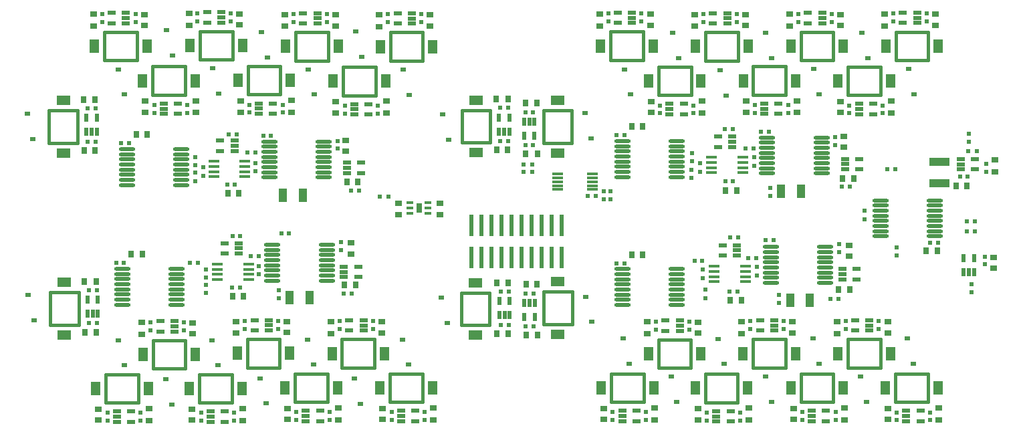
<source format=gbp>
G04*
G04 #@! TF.GenerationSoftware,Altium Limited,Altium Designer,18.1.6 (161)*
G04*
G04 Layer_Color=128*
%FSLAX44Y44*%
%MOMM*%
G71*
G01*
G75*
%ADD14C,0.4064*%
%ADD15O,2.1000X0.4500*%
%ADD16R,0.5000X0.6000*%
%ADD17R,0.6000X0.5000*%
%ADD18R,0.6000X0.5500*%
%ADD20R,0.9000X0.8000*%
%ADD21R,0.5500X0.6000*%
%ADD23R,0.8000X0.9000*%
%ADD55R,1.0000X0.4700*%
%ADD56R,1.0000X1.8000*%
%ADD57R,1.3500X0.4500*%
%ADD58R,1.4500X0.3000*%
%ADD59R,0.5080X2.7940*%
%ADD60R,0.7620X1.1938*%
%ADD61R,0.8128X0.3048*%
%ADD62R,0.4700X1.0000*%
%ADD63R,0.9000X0.7000*%
%ADD64R,2.6000X1.1000*%
%ADD65R,0.7000X0.5000*%
%ADD66R,1.8000X1.2500*%
%ADD67R,0.7000X0.9000*%
%ADD68R,1.2500X1.8000*%
D14*
X709823Y364423D02*
Y405571D01*
X673755Y364423D02*
Y405571D01*
Y364423D02*
X709823D01*
X673755Y405571D02*
X709823D01*
X1161070Y469144D02*
Y505212D01*
X1119922Y469144D02*
Y505212D01*
X1161070D01*
X1119922Y469144D02*
X1161070D01*
X1119462Y36328D02*
Y72396D01*
X1160610Y36328D02*
Y72396D01*
X1119462Y36328D02*
X1160610D01*
X1119462Y72396D02*
X1160610D01*
X980222Y79820D02*
Y115888D01*
X939074Y79820D02*
Y115888D01*
X980222D01*
X939074Y79820D02*
X980222D01*
X878862Y36016D02*
Y72084D01*
X920010Y36016D02*
Y72084D01*
X878862Y36016D02*
X920010D01*
X878862Y72084D02*
X920010D01*
X860496Y79396D02*
Y115464D01*
X819348Y79396D02*
Y115464D01*
X860496D01*
X819348Y79396D02*
X860496D01*
X999760Y36469D02*
Y72537D01*
X1040908Y36469D02*
Y72537D01*
X999760Y36469D02*
X1040908D01*
X999760Y72537D02*
X1040908D01*
X1100618Y79762D02*
Y115830D01*
X1059470Y79762D02*
Y115830D01*
X1100618D01*
X1059470Y79762D02*
X1100618D01*
X939546Y425374D02*
Y461442D01*
X980694Y425374D02*
Y461442D01*
X939546Y425374D02*
X980694D01*
X939546Y461442D02*
X980694D01*
X920540Y468718D02*
Y504786D01*
X879392Y468718D02*
Y504786D01*
X920540D01*
X879392Y468718D02*
X920540D01*
X800109Y469199D02*
Y505267D01*
X758961Y469199D02*
Y505267D01*
X800109D01*
X758961Y469199D02*
X800109D01*
X674056Y176040D02*
X710124D01*
X674056Y134892D02*
X710124D01*
X674056D02*
Y176040D01*
X710124Y134892D02*
Y176040D01*
X569610Y133605D02*
X605678D01*
X569610Y174753D02*
X605678D01*
Y133605D02*
Y174753D01*
X569610Y133605D02*
Y174753D01*
X759730Y36494D02*
Y72562D01*
X800878Y36494D02*
Y72562D01*
X759730Y36494D02*
X800878D01*
X759730Y72562D02*
X800878D01*
X1040868Y468884D02*
Y504952D01*
X999720Y468884D02*
Y504952D01*
X1040868D01*
X999720Y468884D02*
X1040868D01*
X819682Y424942D02*
Y461010D01*
X860830Y424942D02*
Y461010D01*
X819682Y424942D02*
X860830D01*
X819682Y461010D02*
X860830D01*
X570418Y364893D02*
X606486D01*
X570418Y406041D02*
X606486D01*
Y364893D02*
Y406041D01*
X570418Y364893D02*
Y406041D01*
X1059410Y424942D02*
Y461010D01*
X1100558Y424942D02*
Y461010D01*
X1059410Y424942D02*
X1100558D01*
X1059410Y461010D02*
X1100558D01*
X340090Y80094D02*
Y116162D01*
X298942Y80094D02*
Y116162D01*
X340090D01*
X298942Y80094D02*
X340090D01*
X459978Y79708D02*
Y115776D01*
X418830Y79708D02*
Y115776D01*
X459978D01*
X418830Y79708D02*
X459978D01*
X49352Y134185D02*
X85420D01*
X49352Y175333D02*
X85420D01*
Y134185D02*
Y175333D01*
X49352Y134185D02*
Y175333D01*
X220650Y78546D02*
Y114614D01*
X179502Y78546D02*
Y114614D01*
X220650D01*
X179502Y78546D02*
X220650D01*
X359166Y36469D02*
Y72537D01*
X400314Y36469D02*
Y72537D01*
X359166Y36469D02*
X400314D01*
X359166Y72537D02*
X400314D01*
X479622Y36469D02*
Y72537D01*
X520770Y36469D02*
Y72537D01*
X479622Y36469D02*
X520770D01*
X479622Y72537D02*
X520770D01*
X119704Y35544D02*
Y71612D01*
X160852Y35544D02*
Y71612D01*
X119704Y35544D02*
X160852D01*
X119704Y71612D02*
X160852D01*
X238322Y35544D02*
Y71612D01*
X279470Y35544D02*
Y71612D01*
X238322Y35544D02*
X279470D01*
X238322Y71612D02*
X279470D01*
X280138Y469724D02*
Y505792D01*
X238990Y469724D02*
Y505792D01*
X280138D01*
X238990Y469724D02*
X280138D01*
X401490Y468630D02*
Y504698D01*
X360342Y468630D02*
Y504698D01*
X401490D01*
X360342Y468630D02*
X401490D01*
X521124Y468424D02*
Y504492D01*
X479976Y468424D02*
Y504492D01*
X521124D01*
X479976Y468424D02*
X521124D01*
X48000Y364320D02*
X84068D01*
X48000Y405468D02*
X84068D01*
Y364320D02*
Y405468D01*
X48000Y364320D02*
Y405468D01*
X299490Y425704D02*
Y461772D01*
X340638Y425704D02*
Y461772D01*
X299490Y425704D02*
X340638D01*
X299490Y461772D02*
X340638D01*
X420394Y424688D02*
Y460756D01*
X461542Y424688D02*
Y460756D01*
X420394Y424688D02*
X461542D01*
X420394Y460756D02*
X461542D01*
X179086Y425368D02*
Y461436D01*
X220234Y425368D02*
Y461436D01*
X179086Y425368D02*
X220234D01*
X179086Y461436D02*
X220234D01*
X159248Y468906D02*
Y504974D01*
X118100Y468906D02*
Y504974D01*
X159248D01*
X118100Y468906D02*
X159248D01*
D15*
X957139Y325776D02*
D03*
Y332276D02*
D03*
Y338776D02*
D03*
Y345276D02*
D03*
Y351776D02*
D03*
Y358276D02*
D03*
Y364776D02*
D03*
Y371276D02*
D03*
X1026139Y325776D02*
D03*
Y332276D02*
D03*
Y338776D02*
D03*
Y345276D02*
D03*
Y351776D02*
D03*
Y358276D02*
D03*
Y364776D02*
D03*
Y371276D02*
D03*
X842934Y366822D02*
D03*
Y360322D02*
D03*
Y353822D02*
D03*
Y347322D02*
D03*
Y340822D02*
D03*
Y334322D02*
D03*
Y327822D02*
D03*
Y321322D02*
D03*
X773934Y366822D02*
D03*
Y360322D02*
D03*
Y353822D02*
D03*
Y347322D02*
D03*
Y340822D02*
D03*
Y334322D02*
D03*
Y327822D02*
D03*
Y321322D02*
D03*
X395732Y366302D02*
D03*
Y359802D02*
D03*
Y353302D02*
D03*
Y346802D02*
D03*
Y340302D02*
D03*
Y333802D02*
D03*
Y327302D02*
D03*
Y320802D02*
D03*
X326732Y366302D02*
D03*
Y359802D02*
D03*
Y353302D02*
D03*
Y346802D02*
D03*
Y340302D02*
D03*
Y333802D02*
D03*
Y327302D02*
D03*
Y320802D02*
D03*
X215554Y356662D02*
D03*
Y350162D02*
D03*
Y343662D02*
D03*
Y337162D02*
D03*
Y330662D02*
D03*
Y324162D02*
D03*
Y317662D02*
D03*
Y311162D02*
D03*
X146554Y356662D02*
D03*
Y350162D02*
D03*
Y343662D02*
D03*
Y337162D02*
D03*
Y330662D02*
D03*
Y324162D02*
D03*
Y317662D02*
D03*
Y311162D02*
D03*
X140458Y159607D02*
D03*
Y166106D02*
D03*
Y172607D02*
D03*
Y179107D02*
D03*
Y185606D02*
D03*
Y192106D02*
D03*
Y198606D02*
D03*
Y205107D02*
D03*
X209458Y159607D02*
D03*
Y166106D02*
D03*
Y172607D02*
D03*
Y179107D02*
D03*
Y185606D02*
D03*
Y192106D02*
D03*
Y198606D02*
D03*
Y205107D02*
D03*
X330644Y190179D02*
D03*
Y196679D02*
D03*
Y203179D02*
D03*
Y209679D02*
D03*
Y216179D02*
D03*
Y222679D02*
D03*
Y229179D02*
D03*
Y235679D02*
D03*
X399644Y190179D02*
D03*
Y196679D02*
D03*
Y203179D02*
D03*
Y209679D02*
D03*
Y216179D02*
D03*
Y222679D02*
D03*
Y229179D02*
D03*
Y235679D02*
D03*
X842996Y204966D02*
D03*
Y198466D02*
D03*
Y191966D02*
D03*
Y185466D02*
D03*
Y178966D02*
D03*
Y172466D02*
D03*
Y165966D02*
D03*
Y159466D02*
D03*
X773996Y204966D02*
D03*
Y198466D02*
D03*
Y191966D02*
D03*
Y185466D02*
D03*
Y178966D02*
D03*
Y172466D02*
D03*
Y165966D02*
D03*
Y159466D02*
D03*
X1030722Y232885D02*
D03*
Y226385D02*
D03*
Y219885D02*
D03*
Y213385D02*
D03*
Y206885D02*
D03*
Y200385D02*
D03*
Y193885D02*
D03*
Y187385D02*
D03*
X961722Y232885D02*
D03*
Y226385D02*
D03*
Y219885D02*
D03*
Y213385D02*
D03*
Y206885D02*
D03*
Y200385D02*
D03*
Y193885D02*
D03*
Y187385D02*
D03*
X1100420Y246164D02*
D03*
Y252664D02*
D03*
Y259164D02*
D03*
Y265664D02*
D03*
Y272164D02*
D03*
Y278664D02*
D03*
Y285164D02*
D03*
Y291664D02*
D03*
X1169420Y246164D02*
D03*
Y252664D02*
D03*
Y259164D02*
D03*
Y265664D02*
D03*
Y272164D02*
D03*
Y278664D02*
D03*
Y285164D02*
D03*
Y291664D02*
D03*
D16*
X750000Y303500D02*
D03*
Y293500D02*
D03*
X759000Y303500D02*
D03*
Y293500D02*
D03*
X1232662Y220640D02*
D03*
Y210640D02*
D03*
X1234694Y327710D02*
D03*
Y337710D02*
D03*
X1116896Y528106D02*
D03*
Y518106D02*
D03*
X1159060Y528106D02*
D03*
Y518106D02*
D03*
X1163636Y13434D02*
D03*
Y23434D02*
D03*
X1121472Y13434D02*
D03*
Y23434D02*
D03*
X861822Y341710D02*
D03*
Y351710D02*
D03*
X1043373Y372148D02*
D03*
Y362148D02*
D03*
X936048Y138782D02*
D03*
Y128782D02*
D03*
X978212Y138782D02*
D03*
Y128782D02*
D03*
X923036Y13122D02*
D03*
Y23122D02*
D03*
X880872Y13122D02*
D03*
Y23122D02*
D03*
X816322Y138358D02*
D03*
Y128358D02*
D03*
X858486Y138358D02*
D03*
Y128358D02*
D03*
X1043934Y13575D02*
D03*
Y23575D02*
D03*
X1001770Y13575D02*
D03*
Y23575D02*
D03*
X1056444Y138724D02*
D03*
Y128724D02*
D03*
X1098608Y138724D02*
D03*
Y128724D02*
D03*
X983720Y402480D02*
D03*
Y412480D02*
D03*
X941556Y402480D02*
D03*
Y412480D02*
D03*
X876366Y527680D02*
D03*
Y517680D02*
D03*
X918530Y527680D02*
D03*
Y517680D02*
D03*
X755935Y528161D02*
D03*
Y518161D02*
D03*
X798099Y528161D02*
D03*
Y518161D02*
D03*
X803904Y13600D02*
D03*
Y23600D02*
D03*
X761740Y13600D02*
D03*
Y23600D02*
D03*
X996694Y527846D02*
D03*
Y517846D02*
D03*
X1038858Y527846D02*
D03*
Y517846D02*
D03*
X863856Y402048D02*
D03*
Y412048D02*
D03*
X821692Y402048D02*
D03*
Y412048D02*
D03*
X1103584Y402048D02*
D03*
Y412048D02*
D03*
X1061420Y402048D02*
D03*
Y412048D02*
D03*
X295916Y129056D02*
D03*
Y139056D02*
D03*
X338080Y129056D02*
D03*
Y139056D02*
D03*
X415804Y128670D02*
D03*
Y138670D02*
D03*
X457968Y128670D02*
D03*
Y138670D02*
D03*
X176476Y127508D02*
D03*
Y137508D02*
D03*
X218640Y127508D02*
D03*
Y137508D02*
D03*
X403340Y23575D02*
D03*
Y13575D02*
D03*
X361176Y23575D02*
D03*
Y13575D02*
D03*
X523796Y23575D02*
D03*
Y13575D02*
D03*
X481632Y23575D02*
D03*
Y13575D02*
D03*
X163878Y22650D02*
D03*
Y12650D02*
D03*
X121714Y22650D02*
D03*
Y12650D02*
D03*
X282496Y22650D02*
D03*
Y12650D02*
D03*
X240332Y22650D02*
D03*
Y12650D02*
D03*
X233408Y336198D02*
D03*
Y346198D02*
D03*
X235964Y518686D02*
D03*
Y528686D02*
D03*
X278128Y518686D02*
D03*
Y528686D02*
D03*
X357316Y517592D02*
D03*
Y527592D02*
D03*
X399480Y517592D02*
D03*
Y527592D02*
D03*
X476950Y517386D02*
D03*
Y527386D02*
D03*
X519114Y517386D02*
D03*
Y527386D02*
D03*
X343664Y412810D02*
D03*
Y402810D02*
D03*
X301500Y412810D02*
D03*
Y402810D02*
D03*
X464568Y411794D02*
D03*
Y401794D02*
D03*
X422404Y411794D02*
D03*
Y401794D02*
D03*
X223260Y412474D02*
D03*
Y402474D02*
D03*
X181096Y412474D02*
D03*
Y402474D02*
D03*
X115074Y517868D02*
D03*
Y527868D02*
D03*
X157238Y517868D02*
D03*
Y527868D02*
D03*
X1048654Y236140D02*
D03*
Y226140D02*
D03*
X412966Y367174D02*
D03*
Y357174D02*
D03*
X417576Y238934D02*
D03*
Y228934D02*
D03*
D17*
X1061894Y308864D02*
D03*
X1051894D02*
D03*
X903812Y381762D02*
D03*
X913812D02*
D03*
X939661Y357416D02*
D03*
X929661D02*
D03*
X914066Y315722D02*
D03*
X904066D02*
D03*
X766256Y374142D02*
D03*
X776256D02*
D03*
X430064Y304182D02*
D03*
X440064D02*
D03*
X275517Y375518D02*
D03*
X285517D02*
D03*
X309254Y352442D02*
D03*
X299254D02*
D03*
X283346Y312056D02*
D03*
X273346D02*
D03*
X138876Y363982D02*
D03*
X148876D02*
D03*
X142780Y212426D02*
D03*
X132780D02*
D03*
X279480Y181610D02*
D03*
X289480D02*
D03*
X280017Y246380D02*
D03*
X290017D02*
D03*
X313142Y220980D02*
D03*
X303142D02*
D03*
X430958Y173482D02*
D03*
X420958D02*
D03*
X766318Y212286D02*
D03*
X776318D02*
D03*
X910416Y244856D02*
D03*
X920416D02*
D03*
X919908Y176022D02*
D03*
X909908D02*
D03*
X943276Y218440D02*
D03*
X933276D02*
D03*
X1047561Y167386D02*
D03*
X1037561D02*
D03*
X1173500Y238512D02*
D03*
X1163500D02*
D03*
X1211246Y321818D02*
D03*
X1201246D02*
D03*
X739750Y297750D02*
D03*
X729750D02*
D03*
X959411Y378324D02*
D03*
X949411D02*
D03*
X875204Y215240D02*
D03*
X865204D02*
D03*
X651162Y131866D02*
D03*
X661162D02*
D03*
X651162Y174030D02*
D03*
X661162D02*
D03*
X630001Y176521D02*
D03*
X620001D02*
D03*
X630001Y134357D02*
D03*
X620001D02*
D03*
X629380Y409067D02*
D03*
X619380D02*
D03*
X629380Y366903D02*
D03*
X619380D02*
D03*
X650861Y361397D02*
D03*
X660861D02*
D03*
X650861Y403561D02*
D03*
X660861D02*
D03*
X236394Y213039D02*
D03*
X226394D02*
D03*
X98314Y178358D02*
D03*
X108314D02*
D03*
X96962Y408494D02*
D03*
X106962D02*
D03*
X96962Y366330D02*
D03*
X106962D02*
D03*
X965628Y241808D02*
D03*
X955628D02*
D03*
X329004Y373350D02*
D03*
X319004D02*
D03*
X351844Y250190D02*
D03*
X341844D02*
D03*
X108314Y136194D02*
D03*
X98314D02*
D03*
D18*
X940816Y335618D02*
D03*
Y346118D02*
D03*
X309334Y328522D02*
D03*
Y339022D02*
D03*
X313690Y197950D02*
D03*
Y208450D02*
D03*
X246762Y204640D02*
D03*
Y194140D02*
D03*
X875284Y204132D02*
D03*
Y193632D02*
D03*
X944598Y196867D02*
D03*
Y207367D02*
D03*
X1120902Y221930D02*
D03*
Y232430D02*
D03*
X1080262Y268054D02*
D03*
Y278554D02*
D03*
X1216152Y175090D02*
D03*
Y185590D02*
D03*
X1212342Y365844D02*
D03*
Y376344D02*
D03*
X961443Y297302D02*
D03*
Y307802D02*
D03*
X861314Y330370D02*
D03*
Y319870D02*
D03*
X872236Y327998D02*
D03*
Y338498D02*
D03*
X972170Y161882D02*
D03*
Y172382D02*
D03*
X879094Y178732D02*
D03*
Y168232D02*
D03*
X243078Y322918D02*
D03*
Y333418D02*
D03*
X338836Y177970D02*
D03*
Y167470D02*
D03*
X246762Y184713D02*
D03*
Y174213D02*
D03*
X233172Y326814D02*
D03*
Y316314D02*
D03*
D20*
X1054333Y358908D02*
D03*
Y372908D02*
D03*
X542600Y288000D02*
D03*
Y274000D02*
D03*
X490750Y288000D02*
D03*
Y274000D02*
D03*
X423926Y367934D02*
D03*
Y353934D02*
D03*
X1243838Y205598D02*
D03*
Y219598D02*
D03*
X430022Y223886D02*
D03*
Y237886D02*
D03*
X168414Y527050D02*
D03*
Y513050D02*
D03*
X1061100Y235092D02*
D03*
Y221092D02*
D03*
X1110296Y14252D02*
D03*
Y28252D02*
D03*
X1170236Y527288D02*
D03*
Y513288D02*
D03*
X989388Y137964D02*
D03*
Y123964D02*
D03*
X990594Y14393D02*
D03*
Y28393D02*
D03*
X869696Y13940D02*
D03*
Y27940D02*
D03*
X1109784Y137906D02*
D03*
Y123906D02*
D03*
X869662Y137540D02*
D03*
Y123540D02*
D03*
X750564Y14418D02*
D03*
Y28418D02*
D03*
X930380Y403298D02*
D03*
Y417298D02*
D03*
X1050034Y527028D02*
D03*
Y513028D02*
D03*
X929706Y526862D02*
D03*
Y512862D02*
D03*
X1050244Y402866D02*
D03*
Y416866D02*
D03*
X810516Y402866D02*
D03*
Y416866D02*
D03*
X809275Y527343D02*
D03*
Y513343D02*
D03*
X410656Y526774D02*
D03*
Y512774D02*
D03*
X530290Y526568D02*
D03*
Y512568D02*
D03*
X290324Y403628D02*
D03*
Y417628D02*
D03*
X411228Y402612D02*
D03*
Y416612D02*
D03*
X289304Y527868D02*
D03*
Y513868D02*
D03*
X169920Y403292D02*
D03*
Y417292D02*
D03*
X350000Y28393D02*
D03*
Y14393D02*
D03*
X349256Y124238D02*
D03*
Y138238D02*
D03*
X469144Y123852D02*
D03*
Y137852D02*
D03*
X470456Y28393D02*
D03*
Y14393D02*
D03*
X229156Y27468D02*
D03*
Y13468D02*
D03*
X110538Y27468D02*
D03*
Y13468D02*
D03*
X229816Y122690D02*
D03*
Y136690D02*
D03*
D21*
X1119672Y331078D02*
D03*
X1109172D02*
D03*
X649000Y327660D02*
D03*
X659500D02*
D03*
Y337250D02*
D03*
X649000D02*
D03*
X1209750Y265250D02*
D03*
X1220250D02*
D03*
X1209750Y252750D02*
D03*
X1220250D02*
D03*
X467077Y296164D02*
D03*
X477577D02*
D03*
X1222418Y354114D02*
D03*
X1211918D02*
D03*
D23*
X904606Y304038D02*
D03*
X918606D02*
D03*
X274140Y300626D02*
D03*
X288140D02*
D03*
X280020Y170180D02*
D03*
X294020D02*
D03*
X910702Y165308D02*
D03*
X924702D02*
D03*
X1196452Y310388D02*
D03*
X1210452D02*
D03*
X1172494Y228250D02*
D03*
X1158494D02*
D03*
X1066830Y319532D02*
D03*
X1052830D02*
D03*
X1047608Y178642D02*
D03*
X1061608D02*
D03*
X436006Y184404D02*
D03*
X422006D02*
D03*
X425016Y315104D02*
D03*
X439016D02*
D03*
X785654Y223208D02*
D03*
X799654D02*
D03*
X785592Y385064D02*
D03*
X799592D02*
D03*
X651980Y185206D02*
D03*
X665980D02*
D03*
X629183Y123181D02*
D03*
X615183D02*
D03*
X651679Y414737D02*
D03*
X665679D02*
D03*
X628562Y355727D02*
D03*
X614562D02*
D03*
X158212Y374904D02*
D03*
X172212D02*
D03*
X106144Y355154D02*
D03*
X92144D02*
D03*
X166116Y223349D02*
D03*
X152116D02*
D03*
X93496Y125019D02*
D03*
X107496D02*
D03*
D55*
X1055565Y337858D02*
D03*
X1073565Y344358D02*
D03*
Y331358D02*
D03*
X1055565Y344358D02*
D03*
Y331358D02*
D03*
X913071Y365840D02*
D03*
X895071Y359340D02*
D03*
Y372340D02*
D03*
X913071Y359340D02*
D03*
Y372340D02*
D03*
X425158Y332884D02*
D03*
X443158Y339384D02*
D03*
Y326384D02*
D03*
X425158Y339384D02*
D03*
Y326384D02*
D03*
X282664Y360866D02*
D03*
X264664Y354366D02*
D03*
Y367366D02*
D03*
X282664Y354366D02*
D03*
Y367366D02*
D03*
X288290Y237640D02*
D03*
Y224640D02*
D03*
X270290Y237640D02*
D03*
Y224640D02*
D03*
X288290Y231140D02*
D03*
X421386Y201168D02*
D03*
X439386Y207668D02*
D03*
Y194668D02*
D03*
X421386D02*
D03*
Y207668D02*
D03*
X918938Y228450D02*
D03*
X900938Y221950D02*
D03*
Y234950D02*
D03*
X918938Y221950D02*
D03*
Y234950D02*
D03*
X1052464Y198374D02*
D03*
X1070464Y204874D02*
D03*
Y191874D02*
D03*
X1052464Y204874D02*
D03*
Y191874D02*
D03*
X1202182Y337578D02*
D03*
X1220182Y344078D02*
D03*
Y331078D02*
D03*
X1202182Y344078D02*
D03*
Y331078D02*
D03*
X1147122Y529352D02*
D03*
Y516352D02*
D03*
X1129122Y529352D02*
D03*
Y516352D02*
D03*
X1147122Y522852D02*
D03*
X1133410Y12188D02*
D03*
Y25188D02*
D03*
X1151410Y12188D02*
D03*
Y25188D02*
D03*
X1133410Y18688D02*
D03*
X786161Y522907D02*
D03*
X768161Y516407D02*
D03*
Y529407D02*
D03*
X786161Y516407D02*
D03*
Y529407D02*
D03*
X966274Y140028D02*
D03*
Y127028D02*
D03*
X948274Y140028D02*
D03*
Y127028D02*
D03*
X966274Y133528D02*
D03*
X892810Y11876D02*
D03*
Y24876D02*
D03*
X910810Y11876D02*
D03*
Y24876D02*
D03*
X892810Y18376D02*
D03*
X846548Y139604D02*
D03*
Y126604D02*
D03*
X828548Y139604D02*
D03*
Y126604D02*
D03*
X846548Y133104D02*
D03*
X1013708Y12329D02*
D03*
Y25329D02*
D03*
X1031708Y12329D02*
D03*
Y25329D02*
D03*
X1013708Y18829D02*
D03*
X1086670Y139970D02*
D03*
Y126970D02*
D03*
X1068670Y139970D02*
D03*
Y126970D02*
D03*
X1086670Y133470D02*
D03*
X953494Y401234D02*
D03*
Y414234D02*
D03*
X971494Y401234D02*
D03*
Y414234D02*
D03*
X953494Y407734D02*
D03*
X906592Y528926D02*
D03*
Y515926D02*
D03*
X888592Y528926D02*
D03*
Y515926D02*
D03*
X906592Y522426D02*
D03*
X773678Y12354D02*
D03*
Y25354D02*
D03*
X791678Y12354D02*
D03*
Y25354D02*
D03*
X773678Y18854D02*
D03*
X1026920Y529092D02*
D03*
Y516092D02*
D03*
X1008920Y529092D02*
D03*
Y516092D02*
D03*
X1026920Y522592D02*
D03*
X833630Y400802D02*
D03*
Y413802D02*
D03*
X851630Y400802D02*
D03*
Y413802D02*
D03*
X833630Y407302D02*
D03*
X1073358Y400802D02*
D03*
Y413802D02*
D03*
X1091358Y400802D02*
D03*
Y413802D02*
D03*
X1073358Y407302D02*
D03*
X326142Y133802D02*
D03*
X308142Y127302D02*
D03*
Y140302D02*
D03*
X326142Y127302D02*
D03*
Y140302D02*
D03*
X446030Y133416D02*
D03*
X428030Y126916D02*
D03*
Y139916D02*
D03*
X446030Y126916D02*
D03*
Y139916D02*
D03*
X206702Y132254D02*
D03*
X188702Y125754D02*
D03*
Y138754D02*
D03*
X206702Y125754D02*
D03*
Y138754D02*
D03*
X373114Y18829D02*
D03*
X391114Y25329D02*
D03*
Y12329D02*
D03*
X373114Y25329D02*
D03*
Y12329D02*
D03*
X493570Y18829D02*
D03*
X511570Y25329D02*
D03*
Y12329D02*
D03*
X493570Y25329D02*
D03*
Y12329D02*
D03*
X133652Y17904D02*
D03*
X151652Y24404D02*
D03*
Y11404D02*
D03*
X133652Y24404D02*
D03*
Y11404D02*
D03*
X252270Y17904D02*
D03*
X270270Y24404D02*
D03*
Y11404D02*
D03*
X252270Y24404D02*
D03*
Y11404D02*
D03*
X266190Y523432D02*
D03*
X248190Y516932D02*
D03*
Y529932D02*
D03*
X266190Y516932D02*
D03*
Y529932D02*
D03*
X387542Y522338D02*
D03*
X369542Y515838D02*
D03*
Y528838D02*
D03*
X387542Y515838D02*
D03*
Y528838D02*
D03*
X507176Y522132D02*
D03*
X489176Y515632D02*
D03*
Y528632D02*
D03*
X507176Y515632D02*
D03*
Y528632D02*
D03*
X313438Y408064D02*
D03*
X331438Y414564D02*
D03*
Y401564D02*
D03*
X313438Y414564D02*
D03*
Y401564D02*
D03*
X434342Y407048D02*
D03*
X452342Y413548D02*
D03*
Y400548D02*
D03*
X434342Y413548D02*
D03*
Y400548D02*
D03*
X193034Y407728D02*
D03*
X211034Y414228D02*
D03*
Y401228D02*
D03*
X193034Y414228D02*
D03*
Y401228D02*
D03*
X145300Y522614D02*
D03*
X127300Y516114D02*
D03*
Y529114D02*
D03*
X145300Y516114D02*
D03*
Y529114D02*
D03*
D56*
X974739Y302886D02*
D03*
X999739D02*
D03*
X344332Y297912D02*
D03*
X369332D02*
D03*
X352498Y168656D02*
D03*
X377498D02*
D03*
X986482Y165608D02*
D03*
X1011482D02*
D03*
D57*
X926279Y346240D02*
D03*
Y339740D02*
D03*
Y333240D02*
D03*
Y326740D02*
D03*
X886779Y346240D02*
D03*
Y339740D02*
D03*
Y333240D02*
D03*
Y326740D02*
D03*
X295872Y341266D02*
D03*
Y334766D02*
D03*
Y328266D02*
D03*
Y321766D02*
D03*
X256372Y341266D02*
D03*
Y334766D02*
D03*
Y328266D02*
D03*
Y321766D02*
D03*
X260840Y191620D02*
D03*
Y198120D02*
D03*
Y204620D02*
D03*
Y211120D02*
D03*
X300340Y191620D02*
D03*
Y198120D02*
D03*
Y204620D02*
D03*
Y211120D02*
D03*
X929516Y208326D02*
D03*
Y201826D02*
D03*
Y195326D02*
D03*
Y188826D02*
D03*
X890016Y208326D02*
D03*
Y201826D02*
D03*
Y195326D02*
D03*
Y188826D02*
D03*
D58*
X691757Y305500D02*
D03*
Y310500D02*
D03*
Y315500D02*
D03*
Y320500D02*
D03*
Y325500D02*
D03*
X735757Y305500D02*
D03*
Y310500D02*
D03*
Y315500D02*
D03*
Y320500D02*
D03*
Y325500D02*
D03*
D59*
X582850Y219680D02*
D03*
Y260320D02*
D03*
X595550Y219680D02*
D03*
Y260320D02*
D03*
X608250Y219680D02*
D03*
Y260320D02*
D03*
X620950Y219680D02*
D03*
Y260320D02*
D03*
X633650Y219680D02*
D03*
Y260320D02*
D03*
X646350Y219680D02*
D03*
Y260320D02*
D03*
X659050Y219680D02*
D03*
Y260320D02*
D03*
X671750Y219680D02*
D03*
Y260320D02*
D03*
X684450Y219680D02*
D03*
Y260320D02*
D03*
X697150Y219680D02*
D03*
Y260320D02*
D03*
D60*
X516430Y281896D02*
D03*
D61*
X527860Y275292D02*
D03*
Y281896D02*
D03*
Y288500D02*
D03*
X505000D02*
D03*
Y281896D02*
D03*
Y275292D02*
D03*
D62*
X1212746Y200886D02*
D03*
X1206246Y218886D02*
D03*
X1219246D02*
D03*
X1206246Y200886D02*
D03*
X1219246D02*
D03*
X649916Y162092D02*
D03*
X662916D02*
D03*
X649916Y144092D02*
D03*
X662916D02*
D03*
X656416Y162092D02*
D03*
X631247Y146295D02*
D03*
X618247D02*
D03*
X631247Y164295D02*
D03*
X618247D02*
D03*
X624747Y146295D02*
D03*
X630626Y378841D02*
D03*
X617626D02*
D03*
X630626Y396841D02*
D03*
X617626D02*
D03*
X624126Y378841D02*
D03*
X649615Y391623D02*
D03*
X662615D02*
D03*
X649615Y373623D02*
D03*
X662615D02*
D03*
X656115Y391623D02*
D03*
X101708Y378268D02*
D03*
X95208Y396268D02*
D03*
X108208D02*
D03*
X95208Y378268D02*
D03*
X108208D02*
D03*
X109560Y148132D02*
D03*
X96560D02*
D03*
X109560Y166133D02*
D03*
X96560D02*
D03*
X103060Y148132D02*
D03*
D63*
X1245616Y328034D02*
D03*
Y343034D02*
D03*
X1105997Y512558D02*
D03*
Y527558D02*
D03*
X1174535Y28982D02*
D03*
Y13982D02*
D03*
X925149Y123234D02*
D03*
Y138234D02*
D03*
X933935Y28670D02*
D03*
Y13670D02*
D03*
X805423Y122810D02*
D03*
Y137810D02*
D03*
X1054833Y29123D02*
D03*
Y14123D02*
D03*
X1045545Y123176D02*
D03*
Y138176D02*
D03*
X994619Y418028D02*
D03*
Y403028D02*
D03*
X865467Y512132D02*
D03*
Y527132D02*
D03*
X745036Y512613D02*
D03*
Y527613D02*
D03*
X814803Y29148D02*
D03*
Y14148D02*
D03*
X985795Y512298D02*
D03*
Y527298D02*
D03*
X874755Y417596D02*
D03*
Y402596D02*
D03*
X1114483Y417596D02*
D03*
Y402596D02*
D03*
X285017Y138508D02*
D03*
Y123508D02*
D03*
X404905Y138122D02*
D03*
Y123122D02*
D03*
X165577Y136960D02*
D03*
Y121960D02*
D03*
X414239Y14123D02*
D03*
Y29123D02*
D03*
X534695Y14123D02*
D03*
Y29123D02*
D03*
X174777Y13198D02*
D03*
Y28198D02*
D03*
X293395Y13198D02*
D03*
Y28198D02*
D03*
X225065Y528138D02*
D03*
Y513138D02*
D03*
X346417Y527044D02*
D03*
Y512044D02*
D03*
X466051Y526838D02*
D03*
Y511838D02*
D03*
X354563Y403358D02*
D03*
Y418358D02*
D03*
X475467Y402342D02*
D03*
Y417342D02*
D03*
X234159Y403022D02*
D03*
Y418022D02*
D03*
X104175Y527320D02*
D03*
Y512320D02*
D03*
D64*
X1175258Y340398D02*
D03*
Y313398D02*
D03*
D65*
X955160Y68896D02*
D03*
X962660Y36896D02*
D03*
X962821Y472001D02*
D03*
X955321Y504001D02*
D03*
X383928Y425706D02*
D03*
X376428Y457706D02*
D03*
X374964Y115737D02*
D03*
X382464Y83737D02*
D03*
X1015298Y117067D02*
D03*
X1022798Y85067D02*
D03*
X1023306Y425960D02*
D03*
X1015806Y457960D02*
D03*
X503562Y425500D02*
D03*
X496062Y457500D02*
D03*
X434908Y66162D02*
D03*
X442408Y34162D02*
D03*
X895071Y116578D02*
D03*
X902571Y84578D02*
D03*
X905002Y424188D02*
D03*
X897502Y456188D02*
D03*
X324552Y472696D02*
D03*
X317052Y504696D02*
D03*
X315271Y66548D02*
D03*
X322771Y34548D02*
D03*
X1075556Y68838D02*
D03*
X1083056Y36838D02*
D03*
X1084472Y471934D02*
D03*
X1076972Y503934D02*
D03*
X443432Y473286D02*
D03*
X435932Y505286D02*
D03*
X495420Y115737D02*
D03*
X502920Y83737D02*
D03*
X835434Y68472D02*
D03*
X842934Y36472D02*
D03*
X726754Y402588D02*
D03*
X734254Y370588D02*
D03*
X27626Y369572D02*
D03*
X20126Y401572D02*
D03*
X254120Y114812D02*
D03*
X261620Y82812D02*
D03*
X734956Y137918D02*
D03*
X727456Y169918D02*
D03*
X844744Y471934D02*
D03*
X837244Y503934D02*
D03*
X262576Y426800D02*
D03*
X255076Y458800D02*
D03*
X28896Y139702D02*
D03*
X21396Y171702D02*
D03*
X1135000Y116926D02*
D03*
X1142500Y84926D02*
D03*
X552390Y136570D02*
D03*
X544890Y168570D02*
D03*
X784098Y425712D02*
D03*
X776598Y457712D02*
D03*
X204156Y474982D02*
D03*
X196656Y506982D02*
D03*
X135502Y114812D02*
D03*
X143002Y82812D02*
D03*
X1143508Y426220D02*
D03*
X1136008Y458220D02*
D03*
X775268Y117092D02*
D03*
X782768Y85092D02*
D03*
X546100Y400720D02*
D03*
X553600Y368720D02*
D03*
X143450Y425706D02*
D03*
X135950Y457706D02*
D03*
X195580Y65000D02*
D03*
X203080Y33000D02*
D03*
D66*
X691789Y351747D02*
D03*
Y418247D02*
D03*
X692090Y188716D02*
D03*
Y122216D02*
D03*
X587644Y120929D02*
D03*
Y187429D02*
D03*
X588452Y352217D02*
D03*
Y418717D02*
D03*
X67386Y121509D02*
D03*
Y188008D02*
D03*
X66034Y351644D02*
D03*
Y418144D02*
D03*
D67*
X651710Y120967D02*
D03*
X666710D02*
D03*
X614453Y187420D02*
D03*
X629453D02*
D03*
X613832Y419966D02*
D03*
X628832D02*
D03*
X666409Y350498D02*
D03*
X651409D02*
D03*
X107766Y189258D02*
D03*
X92766D02*
D03*
X106414Y419393D02*
D03*
X91414D02*
D03*
D68*
X1173746Y487178D02*
D03*
X1107246D02*
D03*
X1106786Y54362D02*
D03*
X1173286D02*
D03*
X992898Y97854D02*
D03*
X926398D02*
D03*
X866186Y54050D02*
D03*
X932686D02*
D03*
X873172Y97430D02*
D03*
X806672D02*
D03*
X987084Y54503D02*
D03*
X1053584D02*
D03*
X1113294Y97796D02*
D03*
X1046794D02*
D03*
X926870Y443408D02*
D03*
X993370D02*
D03*
X933216Y486752D02*
D03*
X866716D02*
D03*
X812785Y487233D02*
D03*
X746285D02*
D03*
X747054Y54528D02*
D03*
X813554D02*
D03*
X1053544Y486918D02*
D03*
X987044D02*
D03*
X807006Y442976D02*
D03*
X873506D02*
D03*
X1046734D02*
D03*
X1113234D02*
D03*
X352766Y98128D02*
D03*
X286266D02*
D03*
X472654Y97742D02*
D03*
X406154D02*
D03*
X233326Y96580D02*
D03*
X166826D02*
D03*
X346490Y54503D02*
D03*
X412990D02*
D03*
X466946D02*
D03*
X533446D02*
D03*
X107028Y53578D02*
D03*
X173528D02*
D03*
X225646D02*
D03*
X292146D02*
D03*
X292814Y487758D02*
D03*
X226314D02*
D03*
X414166Y486664D02*
D03*
X347666D02*
D03*
X533800Y486458D02*
D03*
X467300D02*
D03*
X286814Y443738D02*
D03*
X353314D02*
D03*
X407718Y442722D02*
D03*
X474218D02*
D03*
X166410Y443402D02*
D03*
X232910D02*
D03*
X171924Y486940D02*
D03*
X105424D02*
D03*
M02*

</source>
